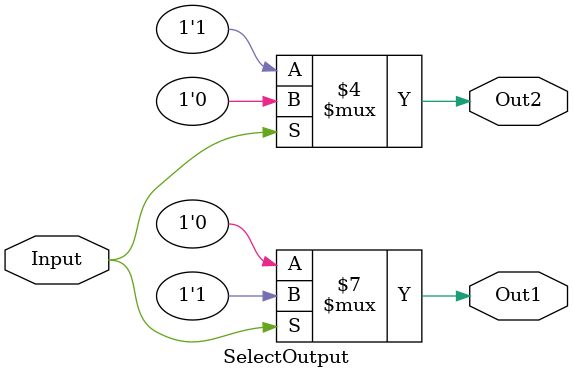
<source format=v>
module SelectOutput(Input,Out1,Out2);

input Input;

output Out1;
output Out2;

reg Out1;
reg Out2;

always @(Input)
begin
	if(Input == 1'b1)
	begin
		Out1 <= 1'b1;
		Out2 <= 1'b0;
	end
	else
	begin
		Out1 <= 1'b0;
		Out2 <= 1'b1;
	end
end

endmodule

</source>
